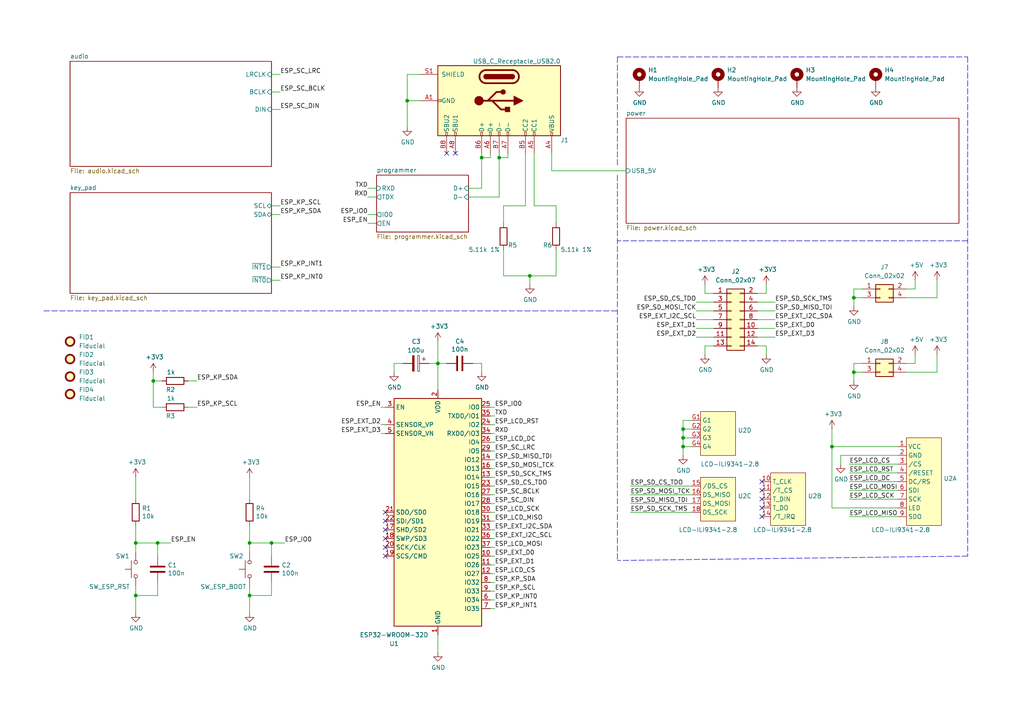
<source format=kicad_sch>
(kicad_sch (version 20211123) (generator eeschema)
  (paper "A4")
  (lib_symbols
    (symbol "Connector:USB_C_Receptacle_USB2.0" (pin_names (offset 1.016))
      (property "Reference" "J" (at -10.16 19.05 0))
      (property "Value" "USB_C_Receptacle_USB2.0" (at 19.05 19.05 0))
      (symbol "USB_C_Receptacle_USB2.0_0_0"
        (rectangle (start -0.254 -17.78) (end 0.254 -16.764))
        (rectangle (start 10.16 -14.986) (end 9.144 -15.494))
        (rectangle (start 10.16 -12.446) (end 9.144 -12.954))
        (rectangle (start 10.16 -4.826) (end 9.144 -5.334))
        (rectangle (start 10.16 -2.286) (end 9.144 -2.794))
        (rectangle (start 10.16 0.254) (end 9.144 -0.254))
        (rectangle (start 10.16 2.794) (end 9.144 2.286))
        (rectangle (start 10.16 7.874) (end 9.144 7.366))
        (rectangle (start 10.16 10.414) (end 9.144 9.906))
        (rectangle (start 10.16 15.494) (end 9.144 14.986))
      )
      (symbol "USB_C_Receptacle_USB2.0_0_1"
        (rectangle (start -10.16 17.78) (end 10.16 -17.78) (stroke (width 0.254)) (fill (type background)))
        (arc (start -8.89 -3.81) (mid -6.985 -5.715) (end -5.08 -3.81) (stroke (width 0.508)))
        (arc (start -7.62 -3.81) (mid -6.985 -4.445) (end -6.35 -3.81) (stroke (width 0.254)))
        (arc (start -7.62 -3.81) (mid -6.985 -4.445) (end -6.35 -3.81) (stroke (width 0.254)) (fill (type outline)))
        (rectangle (start -7.62 -3.81) (end -6.35 3.81) (stroke (width 0.254)) (fill (type outline)))
        (arc (start -6.35 3.81) (mid -6.985 4.445) (end -7.62 3.81) (stroke (width 0.254)))
        (arc (start -6.35 3.81) (mid -6.985 4.445) (end -7.62 3.81) (stroke (width 0.254)) (fill (type outline)))
        (arc (start -5.08 3.81) (mid -6.985 5.715) (end -8.89 3.81) (stroke (width 0.508)))
        (circle (center -2.54 1.143) (radius 0.635) (stroke (width 0.254)) (fill (type outline)))
        (circle (center 0 -5.842) (radius 1.27) (fill (type outline)))
        (polyline (pts (xy -8.89 -3.81) (xy -8.89 3.81)) (stroke (width 0.508)))
        (polyline (pts (xy -5.08 3.81) (xy -5.08 -3.81)) (stroke (width 0.508)))
        (polyline (pts (xy 0 -5.842) (xy 0 4.318)) (stroke (width 0.508)))
        (polyline (pts (xy 0 -3.302) (xy -2.54 -0.762) (xy -2.54 0.508)) (stroke (width 0.508)))
        (polyline (pts (xy 0 -2.032) (xy 2.54 0.508) (xy 2.54 1.778)) (stroke (width 0.508)))
        (polyline (pts (xy -1.27 4.318) (xy 0 6.858) (xy 1.27 4.318) (xy -1.27 4.318)) (stroke (width 0.254)) (fill (type outline)))
        (rectangle (start 1.905 1.778) (end 3.175 3.048) (stroke (width 0.254)) (fill (type outline)))
      )
      (symbol "USB_C_Receptacle_USB2.0_1_1"
        (pin passive line (at 0 -22.86 90) (length 5.08) (name "GND") (number "A1"))
        (pin passive line (at 0 -22.86 90) (length 5.08) hide (name "GND") (number "A12"))
        (pin passive line (at 15.24 15.24 180) (length 5.08) (name "VBUS") (number "A4"))
        (pin bidirectional line (at 15.24 10.16 180) (length 5.08) (name "CC1") (number "A5"))
        (pin bidirectional line (at 15.24 -2.54 180) (length 5.08) (name "D+") (number "A6"))
        (pin bidirectional line (at 15.24 2.54 180) (length 5.08) (name "D-") (number "A7"))
        (pin bidirectional line (at 15.24 -12.7 180) (length 5.08) (name "SBU1") (number "A8"))
        (pin passive line (at 15.24 15.24 180) (length 5.08) hide (name "VBUS") (number "A9"))
        (pin passive line (at 0 -22.86 90) (length 5.08) hide (name "GND") (number "B1"))
        (pin passive line (at 0 -22.86 90) (length 5.08) hide (name "GND") (number "B12"))
        (pin passive line (at 15.24 15.24 180) (length 5.08) hide (name "VBUS") (number "B4"))
        (pin bidirectional line (at 15.24 7.62 180) (length 5.08) (name "CC2") (number "B5"))
        (pin bidirectional line (at 15.24 -5.08 180) (length 5.08) (name "D+") (number "B6"))
        (pin bidirectional line (at 15.24 0 180) (length 5.08) (name "D-") (number "B7"))
        (pin bidirectional line (at 15.24 -15.24 180) (length 5.08) (name "SBU2") (number "B8"))
        (pin passive line (at 15.24 15.24 180) (length 5.08) hide (name "VBUS") (number "B9"))
        (pin passive line (at -7.62 -22.86 90) (length 5.08) (name "SHIELD") (number "S1"))
      )
    )
    (symbol "Connector_Generic:Conn_02x02_Odd_Even" (pin_names (offset 1.016) hide)
      (property "Reference" "J" (at 1.27 2.54 0))
      (property "Value" "Conn_02x02_Odd_Even" (at 1.27 -5.08 0))
      (symbol "Conn_02x02_Odd_Even_1_1"
        (rectangle (start -1.27 -2.413) (end 0 -2.667) (stroke (width 0.1524)))
        (rectangle (start -1.27 0.127) (end 0 -0.127) (stroke (width 0.1524)))
        (rectangle (start -1.27 1.27) (end 3.81 -3.81) (stroke (width 0.254)) (fill (type background)))
        (rectangle (start 3.81 -2.413) (end 2.54 -2.667) (stroke (width 0.1524)))
        (rectangle (start 3.81 0.127) (end 2.54 -0.127) (stroke (width 0.1524)))
        (pin passive line (at -5.08 0 0) (length 3.81) (name "Pin_1") (number "1"))
        (pin passive line (at 7.62 0 180) (length 3.81) (name "Pin_2") (number "2"))
        (pin passive line (at -5.08 -2.54 0) (length 3.81) (name "Pin_3") (number "3"))
        (pin passive line (at 7.62 -2.54 180) (length 3.81) (name "Pin_4") (number "4"))
      )
    )
    (symbol "Connector_Generic:Conn_02x07_Odd_Even" (pin_names (offset 1.016) hide)
      (property "Reference" "J" (at 1.27 10.16 0))
      (property "Value" "Conn_02x07_Odd_Even" (at 1.27 -10.16 0))
      (symbol "Conn_02x07_Odd_Even_1_1"
        (rectangle (start -1.27 -7.493) (end 0 -7.747) (stroke (width 0.1524)))
        (rectangle (start -1.27 -4.953) (end 0 -5.207) (stroke (width 0.1524)))
        (rectangle (start -1.27 -2.413) (end 0 -2.667) (stroke (width 0.1524)))
        (rectangle (start -1.27 0.127) (end 0 -0.127) (stroke (width 0.1524)))
        (rectangle (start -1.27 2.667) (end 0 2.413) (stroke (width 0.1524)))
        (rectangle (start -1.27 5.207) (end 0 4.953) (stroke (width 0.1524)))
        (rectangle (start -1.27 7.747) (end 0 7.493) (stroke (width 0.1524)))
        (rectangle (start -1.27 8.89) (end 3.81 -8.89) (stroke (width 0.254)) (fill (type background)))
        (rectangle (start 3.81 -7.493) (end 2.54 -7.747) (stroke (width 0.1524)))
        (rectangle (start 3.81 -4.953) (end 2.54 -5.207) (stroke (width 0.1524)))
        (rectangle (start 3.81 -2.413) (end 2.54 -2.667) (stroke (width 0.1524)))
        (rectangle (start 3.81 0.127) (end 2.54 -0.127) (stroke (width 0.1524)))
        (rectangle (start 3.81 2.667) (end 2.54 2.413) (stroke (width 0.1524)))
        (rectangle (start 3.81 5.207) (end 2.54 4.953) (stroke (width 0.1524)))
        (rectangle (start 3.81 7.747) (end 2.54 7.493) (stroke (width 0.1524)))
        (pin passive line (at -5.08 7.62 0) (length 3.81) (name "Pin_1") (number "1"))
        (pin passive line (at 7.62 -2.54 180) (length 3.81) (name "Pin_10") (number "10"))
        (pin passive line (at -5.08 -5.08 0) (length 3.81) (name "Pin_11") (number "11"))
        (pin passive line (at 7.62 -5.08 180) (length 3.81) (name "Pin_12") (number "12"))
        (pin passive line (at -5.08 -7.62 0) (length 3.81) (name "Pin_13") (number "13"))
        (pin passive line (at 7.62 -7.62 180) (length 3.81) (name "Pin_14") (number "14"))
        (pin passive line (at 7.62 7.62 180) (length 3.81) (name "Pin_2") (number "2"))
        (pin passive line (at -5.08 5.08 0) (length 3.81) (name "Pin_3") (number "3"))
        (pin passive line (at 7.62 5.08 180) (length 3.81) (name "Pin_4") (number "4"))
        (pin passive line (at -5.08 2.54 0) (length 3.81) (name "Pin_5") (number "5"))
        (pin passive line (at 7.62 2.54 180) (length 3.81) (name "Pin_6") (number "6"))
        (pin passive line (at -5.08 0 0) (length 3.81) (name "Pin_7") (number "7"))
        (pin passive line (at 7.62 0 180) (length 3.81) (name "Pin_8") (number "8"))
        (pin passive line (at -5.08 -2.54 0) (length 3.81) (name "Pin_9") (number "9"))
      )
    )
    (symbol "Device:C" (pin_numbers hide) (pin_names (offset 0.254))
      (property "Reference" "C" (at 0.635 2.54 0))
      (property "Value" "C" (at 0.635 -2.54 0))
      (symbol "C_0_1"
        (polyline (pts (xy -2.032 -0.762) (xy 2.032 -0.762)) (stroke (width 0.508)))
        (polyline (pts (xy -2.032 0.762) (xy 2.032 0.762)) (stroke (width 0.508)))
      )
      (symbol "C_1_1"
        (pin passive line (at 0 3.81 270) (length 2.794) (name "~") (number "1"))
        (pin passive line (at 0 -3.81 90) (length 2.794) (name "~") (number "2"))
      )
    )
    (symbol "Device:C_Polarized" (pin_numbers hide) (pin_names (offset 0.254))
      (property "Reference" "C" (at 0.635 2.54 0))
      (property "Value" "C_Polarized" (at 0.635 -2.54 0))
      (symbol "C_Polarized_0_1"
        (rectangle (start -2.286 0.508) (end 2.286 1.016))
        (polyline (pts (xy -1.778 2.286) (xy -0.762 2.286)))
        (polyline (pts (xy -1.27 2.794) (xy -1.27 1.778)))
        (rectangle (start 2.286 -0.508) (end -2.286 -1.016) (fill (type outline)))
      )
      (symbol "C_Polarized_1_1"
        (pin passive line (at 0 3.81 270) (length 2.794) (name "~") (number "1"))
        (pin passive line (at 0 -3.81 90) (length 2.794) (name "~") (number "2"))
      )
    )
    (symbol "Device:R" (pin_numbers hide) (pin_names (offset 0))
      (property "Reference" "R" (at 2.032 0 90))
      (property "Value" "R" (at 0 0 90))
      (symbol "R_0_1"
        (rectangle (start -1.016 -2.54) (end 1.016 2.54) (stroke (width 0.254)))
      )
      (symbol "R_1_1"
        (pin passive line (at 0 3.81 270) (length 1.27) (name "~") (number "1"))
        (pin passive line (at 0 -3.81 90) (length 1.27) (name "~") (number "2"))
      )
    )
    (symbol "Esp_Console:LCD-ILI9341-2.8"
      (property "Reference" "U" (at 0 7.62 0))
      (property "Value" "LCD-ILI9341-2.8" (at 0 5.08 0))
      (symbol "LCD-ILI9341-2.8_1_1"
        (rectangle (start 0 0) (end 10.16 -25.4) (fill (type background)))
        (pin power_in line (at -2.54 -2.54 0) (length 2.54) (name "VCC") (number "1"))
        (pin power_in line (at -2.54 -5.08 0) (length 2.54) (name "GND") (number "2"))
        (pin input line (at -2.54 -7.62 0) (length 2.54) (name "/CS") (number "3"))
        (pin input line (at -2.54 -10.16 0) (length 2.54) (name "/RESET") (number "4"))
        (pin input line (at -2.54 -12.7 0) (length 2.54) (name "DC/RS") (number "5"))
        (pin input line (at -2.54 -15.24 0) (length 2.54) (name "SDI") (number "6"))
        (pin input line (at -2.54 -17.78 0) (length 2.54) (name "SCK") (number "7"))
        (pin input line (at -2.54 -20.32 0) (length 2.54) (name "LED") (number "8"))
        (pin output line (at -2.54 -22.86 0) (length 2.54) (name "SDO") (number "9"))
      )
      (symbol "LCD-ILI9341-2.8_2_1"
        (rectangle (start 0 0) (end 10.16 -15.24) (fill (type background)))
        (pin input line (at -2.54 -2.54 0) (length 2.54) (name "T_CLK") (number "10"))
        (pin input line (at -2.54 -5.08 0) (length 2.54) (name "/T_CS") (number "11"))
        (pin input line (at -2.54 -7.62 0) (length 2.54) (name "T_DIN") (number "12"))
        (pin output line (at -2.54 -10.16 0) (length 2.54) (name "T_DO") (number "13"))
        (pin output line (at -2.54 -12.7 0) (length 2.54) (name "/T_IRQ") (number "14"))
      )
      (symbol "LCD-ILI9341-2.8_3_1"
        (rectangle (start 0 0) (end 10.16 -12.7) (stroke (width 0.1524)) (fill (type background)))
        (pin input line (at -2.54 -2.54 0) (length 2.54) (name "/DS_CS") (number "15"))
        (pin input line (at -2.54 -5.08 0) (length 2.54) (name "DS_MISO") (number "16"))
        (pin output line (at -2.54 -7.62 0) (length 2.54) (name "DS_MOSI") (number "17"))
        (pin input line (at -2.54 -10.16 0) (length 2.54) (name "DS_SCK") (number "18"))
      )
      (symbol "LCD-ILI9341-2.8_4_1"
        (rectangle (start 0 0) (end 10.16 -12.7) (fill (type background)))
        (pin free line (at -2.54 -2.54 0) (length 2.54) (name "G1") (number "G1"))
        (pin free line (at -2.54 -5.08 0) (length 2.54) (name "G2") (number "G2"))
        (pin free line (at -2.54 -7.62 0) (length 2.54) (name "G3") (number "G3"))
        (pin free line (at -2.54 -10.16 0) (length 2.54) (name "G4") (number "G4"))
      )
    )
    (symbol "LCD-ILI9341-2.8_1"
      (property "Reference" "U" (at 0 7.62 0))
      (property "Value" "LCD-ILI9341-2.8_1" (at 0 5.08 0))
      (symbol "LCD-ILI9341-2.8_1_1_1"
        (rectangle (start 0 0) (end 10.16 -25.4) (fill (type background)))
        (pin power_in line (at -2.54 -2.54 0) (length 2.54) (name "VCC") (number "1"))
        (pin power_in line (at -2.54 -5.08 0) (length 2.54) (name "GND") (number "2"))
        (pin input line (at -2.54 -7.62 0) (length 2.54) (name "/CS") (number "3"))
        (pin input line (at -2.54 -10.16 0) (length 2.54) (name "/RESET") (number "4"))
        (pin input line (at -2.54 -12.7 0) (length 2.54) (name "DC/RS") (number "5"))
        (pin input line (at -2.54 -15.24 0) (length 2.54) (name "SDI") (number "6"))
        (pin input line (at -2.54 -17.78 0) (length 2.54) (name "SCK") (number "7"))
        (pin input line (at -2.54 -20.32 0) (length 2.54) (name "LED") (number "8"))
        (pin output line (at -2.54 -22.86 0) (length 2.54) (name "SDO") (number "9"))
      )
      (symbol "LCD-ILI9341-2.8_1_2_1"
        (rectangle (start 0 0) (end 10.16 -15.24) (fill (type background)))
        (pin input line (at -2.54 -2.54 0) (length 2.54) (name "T_CLK") (number "10"))
        (pin input line (at -2.54 -5.08 0) (length 2.54) (name "/T_CS") (number "11"))
        (pin input line (at -2.54 -7.62 0) (length 2.54) (name "T_DIN") (number "12"))
        (pin output line (at -2.54 -10.16 0) (length 2.54) (name "T_DO") (number "13"))
        (pin output line (at -2.54 -12.7 0) (length 2.54) (name "/T_IRQ") (number "14"))
      )
      (symbol "LCD-ILI9341-2.8_1_3_1"
        (rectangle (start 0 0) (end 10.16 -12.7) (stroke (width 0.1524)) (fill (type background)))
        (pin input line (at -2.54 -2.54 0) (length 2.54) (name "/DS_CS") (number "15"))
        (pin input line (at -2.54 -5.08 0) (length 2.54) (name "DS_MISO") (number "16"))
        (pin output line (at -2.54 -7.62 0) (length 2.54) (name "DS_MOSI") (number "17"))
        (pin input line (at -2.54 -10.16 0) (length 2.54) (name "DS_SCK") (number "18"))
      )
      (symbol "LCD-ILI9341-2.8_1_4_1"
        (rectangle (start 0 0) (end 10.16 -12.7) (fill (type background)))
        (pin free line (at -2.54 -2.54 0) (length 2.54) (name "G1") (number "G1"))
        (pin free line (at -2.54 -5.08 0) (length 2.54) (name "G2") (number "G2"))
        (pin free line (at -2.54 -7.62 0) (length 2.54) (name "G3") (number "G3"))
        (pin free line (at -2.54 -10.16 0) (length 2.54) (name "G4") (number "G4"))
      )
    )
    (symbol "LCD-ILI9341-2.8_2"
      (property "Reference" "U" (at 0 7.62 0))
      (property "Value" "LCD-ILI9341-2.8_2" (at 0 5.08 0))
      (symbol "LCD-ILI9341-2.8_2_1_1"
        (rectangle (start 0 0) (end 10.16 -25.4) (fill (type background)))
        (pin power_in line (at -2.54 -2.54 0) (length 2.54) (name "VCC") (number "1"))
        (pin power_in line (at -2.54 -5.08 0) (length 2.54) (name "GND") (number "2"))
        (pin input line (at -2.54 -7.62 0) (length 2.54) (name "/CS") (number "3"))
        (pin input line (at -2.54 -10.16 0) (length 2.54) (name "/RESET") (number "4"))
        (pin input line (at -2.54 -12.7 0) (length 2.54) (name "DC/RS") (number "5"))
        (pin input line (at -2.54 -15.24 0) (length 2.54) (name "SDI") (number "6"))
        (pin input line (at -2.54 -17.78 0) (length 2.54) (name "SCK") (number "7"))
        (pin input line (at -2.54 -20.32 0) (length 2.54) (name "LED") (number "8"))
        (pin output line (at -2.54 -22.86 0) (length 2.54) (name "SDO") (number "9"))
      )
      (symbol "LCD-ILI9341-2.8_2_2_1"
        (rectangle (start 0 0) (end 10.16 -15.24) (fill (type background)))
        (pin input line (at -2.54 -2.54 0) (length 2.54) (name "T_CLK") (number "10"))
        (pin input line (at -2.54 -5.08 0) (length 2.54) (name "/T_CS") (number "11"))
        (pin input line (at -2.54 -7.62 0) (length 2.54) (name "T_DIN") (number "12"))
        (pin output line (at -2.54 -10.16 0) (length 2.54) (name "T_DO") (number "13"))
        (pin output line (at -2.54 -12.7 0) (length 2.54) (name "/T_IRQ") (number "14"))
      )
      (symbol "LCD-ILI9341-2.8_2_3_1"
        (rectangle (start 0 0) (end 10.16 -12.7) (stroke (width 0.1524)) (fill (type background)))
        (pin input line (at -2.54 -2.54 0) (length 2.54) (name "/DS_CS") (number "15"))
        (pin input line (at -2.54 -5.08 0) (length 2.54) (name "DS_MISO") (number "16"))
        (pin output line (at -2.54 -7.62 0) (length 2.54) (name "DS_MOSI") (number "17"))
        (pin input line (at -2.54 -10.16 0) (length 2.54) (name "DS_SCK") (number "18"))
      )
      (symbol "LCD-ILI9341-2.8_2_4_1"
        (rectangle (start 0 0) (end 10.16 -12.7) (fill (type background)))
        (pin free line (at -2.54 -2.54 0) (length 2.54) (name "G1") (number "G1"))
        (pin free line (at -2.54 -5.08 0) (length 2.54) (name "G2") (number "G2"))
        (pin free line (at -2.54 -7.62 0) (length 2.54) (name "G3") (number "G3"))
        (pin free line (at -2.54 -10.16 0) (length 2.54) (name "G4") (number "G4"))
      )
    )
    (symbol "Mechanical:Fiducial"
      (property "Reference" "FID" (at 0 5.08 0))
      (property "Value" "Fiducial" (at 0 3.175 0))
      (symbol "Fiducial_0_1"
        (circle (center 0 0) (radius 1.27) (stroke (width 0.508)) (fill (type background)))
      )
    )
    (symbol "Mechanical:MountingHole_Pad" (pin_numbers hide) (pin_names (offset 1.016) hide)
      (property "Reference" "H" (at 0 6.35 0))
      (property "Value" "MountingHole_Pad" (at 0 4.445 0))
      (symbol "MountingHole_Pad_0_1"
        (circle (center 0 1.27) (radius 1.27) (stroke (width 1.27)))
      )
      (symbol "MountingHole_Pad_1_1"
        (pin input line (at 0 -2.54 90) (length 2.54) (name "1") (number "1"))
      )
    )
    (symbol "RF_Module:ESP32-WROOM-32D"
      (property "Reference" "U" (at -12.7 34.29 0))
      (property "Value" "ESP32-WROOM-32D" (at 1.27 34.29 0))
      (symbol "ESP32-WROOM-32D_0_1"
        (rectangle (start -12.7 33.02) (end 12.7 -33.02) (stroke (width 0.254)) (fill (type background)))
      )
      (symbol "ESP32-WROOM-32D_1_1"
        (pin power_in line (at 0 -35.56 90) (length 2.54) (name "GND") (number "1"))
        (pin bidirectional line (at 15.24 -12.7 180) (length 2.54) (name "IO25") (number "10"))
        (pin bidirectional line (at 15.24 -15.24 180) (length 2.54) (name "IO26") (number "11"))
        (pin bidirectional line (at 15.24 -17.78 180) (length 2.54) (name "IO27") (number "12"))
        (pin bidirectional line (at 15.24 10.16 180) (length 2.54) (name "IO14") (number "13"))
        (pin bidirectional line (at 15.24 15.24 180) (length 2.54) (name "IO12") (number "14"))
        (pin passive line (at 0 -35.56 90) (length 2.54) hide (name "GND") (number "15"))
        (pin bidirectional line (at 15.24 12.7 180) (length 2.54) (name "IO13") (number "16"))
        (pin bidirectional line (at -15.24 -5.08 0) (length 2.54) (name "SHD/SD2") (number "17"))
        (pin bidirectional line (at -15.24 -7.62 0) (length 2.54) (name "SWP/SD3") (number "18"))
        (pin bidirectional line (at -15.24 -12.7 0) (length 2.54) (name "SCS/CMD") (number "19"))
        (pin power_in line (at 0 35.56 270) (length 2.54) (name "VDD") (number "2"))
        (pin bidirectional line (at -15.24 -10.16 0) (length 2.54) (name "SCK/CLK") (number "20"))
        (pin bidirectional line (at -15.24 0 0) (length 2.54) (name "SDO/SD0") (number "21"))
        (pin bidirectional line (at -15.24 -2.54 0) (length 2.54) (name "SDI/SD1") (number "22"))
        (pin bidirectional line (at 15.24 7.62 180) (length 2.54) (name "IO15") (number "23"))
        (pin bidirectional line (at 15.24 25.4 180) (length 2.54) (name "IO2") (number "24"))
        (pin bidirectional line (at 15.24 30.48 180) (length 2.54) (name "IO0") (number "25"))
        (pin bidirectional line (at 15.24 20.32 180) (length 2.54) (name "IO4") (number "26"))
        (pin bidirectional line (at 15.24 5.08 180) (length 2.54) (name "IO16") (number "27"))
        (pin bidirectional line (at 15.24 2.54 180) (length 2.54) (name "IO17") (number "28"))
        (pin bidirectional line (at 15.24 17.78 180) (length 2.54) (name "IO5") (number "29"))
        (pin input line (at -15.24 30.48 0) (length 2.54) (name "EN") (number "3"))
        (pin bidirectional line (at 15.24 0 180) (length 2.54) (name "IO18") (number "30"))
        (pin bidirectional line (at 15.24 -2.54 180) (length 2.54) (name "IO19") (number "31"))
        (pin no_connect line (at -12.7 -27.94 0) (length 2.54) hide (name "NC") (number "32"))
        (pin bidirectional line (at 15.24 -5.08 180) (length 2.54) (name "IO21") (number "33"))
        (pin bidirectional line (at 15.24 22.86 180) (length 2.54) (name "RXD0/IO3") (number "34"))
        (pin bidirectional line (at 15.24 27.94 180) (length 2.54) (name "TXD0/IO1") (number "35"))
        (pin bidirectional line (at 15.24 -7.62 180) (length 2.54) (name "IO22") (number "36"))
        (pin bidirectional line (at 15.24 -10.16 180) (length 2.54) (name "IO23") (number "37"))
        (pin passive line (at 0 -35.56 90) (length 2.54) hide (name "GND") (number "38"))
        (pin passive line (at 0 -35.56 90) (length 2.54) hide (name "GND") (number "39"))
        (pin input line (at -15.24 25.4 0) (length 2.54) (name "SENSOR_VP") (number "4"))
        (pin input line (at -15.24 22.86 0) (length 2.54) (name "SENSOR_VN") (number "5"))
        (pin input line (at 15.24 -25.4 180) (length 2.54) (name "IO34") (number "6"))
        (pin input line (at 15.24 -27.94 180) (length 2.54) (name "IO35") (number "7"))
        (pin bidirectional line (at 15.24 -20.32 180) (length 2.54) (name "IO32") (number "8"))
        (pin bidirectional line (at 15.24 -22.86 180) (length 2.54) (name "IO33") (number "9"))
      )
    )
    (symbol "Switch:SW_Push" (pin_numbers hide) (pin_names (offset 1.016) hide)
      (property "Reference" "SW" (at 1.27 2.54 0))
      (property "Value" "SW_Push" (at 0 -1.524 0))
      (symbol "SW_Push_0_1"
        (circle (center -2.032 0) (radius 0.508))
        (polyline (pts (xy 0 1.27) (xy 0 3.048)))
        (polyline (pts (xy 2.54 1.27) (xy -2.54 1.27)))
        (circle (center 2.032 0) (radius 0.508))
        (pin passive line (at -5.08 0 0) (length 2.54) (name "1") (number "1"))
        (pin passive line (at 5.08 0 180) (length 2.54) (name "2") (number "2"))
      )
    )
    (symbol "power:+3.3V" (power) (pin_names (offset 0))
      (property "Value" "+3.3V" (at 0 3.556 0))
      (symbol "+3.3V_0_1"
        (polyline (pts (xy -0.762 1.27) (xy 0 2.54)))
        (polyline (pts (xy 0 0) (xy 0 2.54)))
        (polyline (pts (xy 0 2.54) (xy 0.762 1.27)))
      )
      (symbol "+3.3V_1_1"
        (pin power_in line (at 0 0 90) (length 0) hide (name "+3V3") (number "1"))
      )
    )
    (symbol "power:+5V" (power) (pin_names (offset 0))
      (property "Value" "+5V" (at 0 3.556 0))
      (symbol "+5V_0_1"
        (polyline (pts (xy -0.762 1.27) (xy 0 2.54)))
        (polyline (pts (xy 0 0) (xy 0 2.54)))
        (polyline (pts (xy 0 2.54) (xy 0.762 1.27)))
      )
      (symbol "+5V_1_1"
        (pin power_in line (at 0 0 90) (length 0) hide (name "+5V") (number "1"))
      )
    )
    (symbol "power:GND" (power) (pin_names (offset 0))
      (property "Value" "GND" (at 0 -3.81 0))
      (symbol "GND_0_1"
        (polyline (pts (xy 0 0) (xy 0 -1.27) (xy 1.27 -1.27) (xy 0 -2.54) (xy -1.27 -1.27) (xy 0 -1.27)))
      )
      (symbol "GND_1_1"
        (pin power_in line (at 0 0 270) (length 0) hide (name "GND") (number "1"))
      )
    )
  )
  (junction (at 45.72 157.48))
  (junction (at 198.12 127))
  (junction (at 118.11 29.21))
  (junction (at 153.67 80.01))
  (junction (at 44.45 110.49))
  (junction (at 39.37 172.72))
  (junction (at 39.37 157.48))
  (junction (at 144.78 45.72))
  (junction (at 72.39 157.48))
  (junction (at 127 105.41))
  (junction (at 247.65 86.36))
  (junction (at 198.12 124.46))
  (junction (at 139.7 45.72))
  (junction (at 198.12 129.54))
  (junction (at 247.65 107.95))
  (junction (at 78.74 157.48))
  (junction (at 241.3 129.54))
  (junction (at 72.39 172.72))
  (no_connect (at 111.76 153.67))
  (no_connect (at 111.76 158.75))
  (no_connect (at 111.76 151.13))
  (no_connect (at 220.98 147.32))
  (no_connect (at 132.08 44.45))
  (no_connect (at 111.76 148.59))
  (no_connect (at 220.98 144.78))
  (no_connect (at 111.76 156.21))
  (no_connect (at 111.76 161.29))
  (no_connect (at 220.98 142.24))
  (no_connect (at 220.98 149.86))
  (no_connect (at 129.54 44.45))
  (no_connect (at 220.98 139.7))
  (wire (pts (xy 204.47 82.55) (xy 204.47 85.09)))
  (wire (pts (xy 142.24 173.99) (xy 143.51 173.99)))
  (wire (pts (xy 114.3 105.41) (xy 114.3 107.95)))
  (wire (pts (xy 139.7 105.41) (xy 139.7 107.95)))
  (wire (pts (xy 143.51 130.81) (xy 142.24 130.81)))
  (wire (pts (xy 144.78 45.72) (xy 147.32 45.72)))
  (polyline (pts (xy 179.07 16.51) (xy 280.67 16.51)))
  (wire (pts (xy 222.25 82.55) (xy 222.25 85.09)))
  (wire (pts (xy 219.71 95.25) (xy 224.79 95.25)))
  (wire (pts (xy 198.12 121.92) (xy 200.66 121.92)))
  (wire (pts (xy 152.4 59.69) (xy 146.05 59.69)))
  (wire (pts (xy 142.24 168.91) (xy 143.51 168.91)))
  (wire (pts (xy 39.37 138.43) (xy 39.37 144.78)))
  (wire (pts (xy 198.12 124.46) (xy 200.66 124.46)))
  (wire (pts (xy 160.02 44.45) (xy 160.02 49.53)))
  (wire (pts (xy 54.61 118.11) (xy 57.15 118.11)))
  (wire (pts (xy 243.84 132.08) (xy 243.84 134.62)))
  (wire (pts (xy 152.4 44.45) (xy 152.4 59.69)))
  (wire (pts (xy 147.32 45.72) (xy 147.32 44.45)))
  (wire (pts (xy 262.89 86.36) (xy 271.78 86.36)))
  (wire (pts (xy 106.68 62.23) (xy 109.22 62.23)))
  (wire (pts (xy 246.38 144.78) (xy 260.35 144.78)))
  (wire (pts (xy 265.43 105.41) (xy 265.43 102.87)))
  (wire (pts (xy 72.39 157.48) (xy 72.39 152.4)))
  (wire (pts (xy 265.43 83.82) (xy 265.43 81.28)))
  (wire (pts (xy 198.12 132.08) (xy 198.12 129.54)))
  (wire (pts (xy 143.51 135.89) (xy 142.24 135.89)))
  (wire (pts (xy 124.46 105.41) (xy 127 105.41)))
  (wire (pts (xy 219.71 87.63) (xy 224.79 87.63)))
  (wire (pts (xy 72.39 172.72) (xy 72.39 170.18)))
  (wire (pts (xy 111.76 123.19) (xy 110.49 123.19)))
  (wire (pts (xy 143.51 158.75) (xy 142.24 158.75)))
  (wire (pts (xy 247.65 83.82) (xy 247.65 86.36)))
  (polyline (pts (xy 12.7 90.17) (xy 179.07 90.17)))
  (wire (pts (xy 127 105.41) (xy 129.54 105.41)))
  (wire (pts (xy 45.72 161.29) (xy 45.72 157.48)))
  (wire (pts (xy 78.74 157.48) (xy 82.55 157.48)))
  (wire (pts (xy 241.3 124.46) (xy 241.3 129.54)))
  (wire (pts (xy 143.51 151.13) (xy 142.24 151.13)))
  (wire (pts (xy 198.12 127) (xy 198.12 124.46)))
  (wire (pts (xy 198.12 129.54) (xy 198.12 127)))
  (wire (pts (xy 246.38 137.16) (xy 260.35 137.16)))
  (wire (pts (xy 262.89 105.41) (xy 265.43 105.41)))
  (wire (pts (xy 78.74 21.59) (xy 81.28 21.59)))
  (wire (pts (xy 247.65 86.36) (xy 247.65 88.9)))
  (wire (pts (xy 139.7 44.45) (xy 139.7 45.72)))
  (wire (pts (xy 201.93 95.25) (xy 207.01 95.25)))
  (wire (pts (xy 247.65 86.36) (xy 250.19 86.36)))
  (wire (pts (xy 219.71 85.09) (xy 222.25 85.09)))
  (wire (pts (xy 78.74 62.23) (xy 81.28 62.23)))
  (wire (pts (xy 247.65 107.95) (xy 247.65 110.49)))
  (wire (pts (xy 45.72 172.72) (xy 39.37 172.72)))
  (wire (pts (xy 72.39 138.43) (xy 72.39 144.78)))
  (wire (pts (xy 109.22 64.77) (xy 106.68 64.77)))
  (wire (pts (xy 241.3 129.54) (xy 241.3 147.32)))
  (wire (pts (xy 247.65 105.41) (xy 247.65 107.95)))
  (wire (pts (xy 142.24 133.35) (xy 143.51 133.35)))
  (wire (pts (xy 78.74 172.72) (xy 72.39 172.72)))
  (wire (pts (xy 219.71 92.71) (xy 224.79 92.71)))
  (wire (pts (xy 139.7 45.72) (xy 139.7 54.61)))
  (wire (pts (xy 144.78 57.15) (xy 135.89 57.15)))
  (wire (pts (xy 198.12 129.54) (xy 200.66 129.54)))
  (polyline (pts (xy 280.67 161.29) (xy 179.07 162.56)))
  (wire (pts (xy 78.74 77.47) (xy 81.28 77.47)))
  (wire (pts (xy 204.47 100.33) (xy 207.01 100.33)))
  (wire (pts (xy 142.24 153.67) (xy 143.51 153.67)))
  (wire (pts (xy 246.38 134.62) (xy 260.35 134.62)))
  (wire (pts (xy 260.35 149.86) (xy 246.38 149.86)))
  (wire (pts (xy 143.51 143.51) (xy 142.24 143.51)))
  (wire (pts (xy 219.71 100.33) (xy 222.25 100.33)))
  (wire (pts (xy 143.51 166.37) (xy 142.24 166.37)))
  (wire (pts (xy 182.88 140.97) (xy 200.66 140.97)))
  (wire (pts (xy 81.28 31.75) (xy 78.74 31.75)))
  (wire (pts (xy 143.51 118.11) (xy 142.24 118.11)))
  (wire (pts (xy 262.89 83.82) (xy 265.43 83.82)))
  (wire (pts (xy 201.93 87.63) (xy 207.01 87.63)))
  (wire (pts (xy 219.71 97.79) (xy 224.79 97.79)))
  (wire (pts (xy 81.28 59.69) (xy 78.74 59.69)))
  (wire (pts (xy 200.66 143.51) (xy 182.88 143.51)))
  (wire (pts (xy 46.99 110.49) (xy 44.45 110.49)))
  (wire (pts (xy 262.89 107.95) (xy 271.78 107.95)))
  (wire (pts (xy 78.74 168.91) (xy 78.74 172.72)))
  (wire (pts (xy 182.88 146.05) (xy 200.66 146.05)))
  (wire (pts (xy 78.74 81.28) (xy 81.28 81.28)))
  (wire (pts (xy 143.51 140.97) (xy 142.24 140.97)))
  (wire (pts (xy 116.84 105.41) (xy 114.3 105.41)))
  (wire (pts (xy 72.39 172.72) (xy 72.39 177.8)))
  (wire (pts (xy 160.02 49.53) (xy 181.61 49.53)))
  (wire (pts (xy 243.84 132.08) (xy 260.35 132.08)))
  (wire (pts (xy 146.05 72.39) (xy 146.05 80.01)))
  (wire (pts (xy 154.94 59.69) (xy 161.29 59.69)))
  (wire (pts (xy 118.11 29.21) (xy 118.11 36.83)))
  (wire (pts (xy 106.68 57.15) (xy 109.22 57.15)))
  (wire (pts (xy 111.76 118.11) (xy 110.49 118.11)))
  (wire (pts (xy 241.3 129.54) (xy 260.35 129.54)))
  (wire (pts (xy 142.24 176.53) (xy 143.51 176.53)))
  (wire (pts (xy 161.29 72.39) (xy 161.29 80.01)))
  (wire (pts (xy 127 99.06) (xy 127 105.41)))
  (wire (pts (xy 146.05 59.69) (xy 146.05 64.77)))
  (wire (pts (xy 118.11 29.21) (xy 121.92 29.21)))
  (wire (pts (xy 153.67 80.01) (xy 161.29 80.01)))
  (wire (pts (xy 72.39 157.48) (xy 78.74 157.48)))
  (wire (pts (xy 127 184.15) (xy 127 189.23)))
  (polyline (pts (xy 280.67 16.51) (xy 280.67 161.29)))
  (wire (pts (xy 139.7 45.72) (xy 142.24 45.72)))
  (wire (pts (xy 201.93 97.79) (xy 207.01 97.79)))
  (wire (pts (xy 45.72 168.91) (xy 45.72 172.72)))
  (wire (pts (xy 39.37 172.72) (xy 39.37 177.8)))
  (wire (pts (xy 219.71 90.17) (xy 224.79 90.17)))
  (wire (pts (xy 271.78 86.36) (xy 271.78 81.28)))
  (wire (pts (xy 198.12 127) (xy 200.66 127)))
  (wire (pts (xy 44.45 110.49) (xy 44.45 118.11)))
  (wire (pts (xy 121.92 21.59) (xy 118.11 21.59)))
  (wire (pts (xy 109.22 54.61) (xy 106.68 54.61)))
  (wire (pts (xy 161.29 59.69) (xy 161.29 64.77)))
  (wire (pts (xy 118.11 21.59) (xy 118.11 29.21)))
  (wire (pts (xy 143.51 146.05) (xy 142.24 146.05)))
  (wire (pts (xy 44.45 118.11) (xy 46.99 118.11)))
  (wire (pts (xy 241.3 147.32) (xy 260.35 147.32)))
  (wire (pts (xy 146.05 80.01) (xy 153.67 80.01)))
  (wire (pts (xy 45.72 157.48) (xy 49.53 157.48)))
  (wire (pts (xy 142.24 45.72) (xy 142.24 44.45)))
  (wire (pts (xy 39.37 157.48) (xy 45.72 157.48)))
  (wire (pts (xy 143.51 128.27) (xy 142.24 128.27)))
  (polyline (pts (xy 179.07 50.8) (xy 179.07 162.56)))
  (wire (pts (xy 247.65 107.95) (xy 250.19 107.95)))
  (wire (pts (xy 222.25 100.33) (xy 222.25 102.87)))
  (wire (pts (xy 143.51 138.43) (xy 142.24 138.43)))
  (wire (pts (xy 44.45 107.95) (xy 44.45 110.49)))
  (wire (pts (xy 78.74 161.29) (xy 78.74 157.48)))
  (wire (pts (xy 144.78 44.45) (xy 144.78 45.72)))
  (wire (pts (xy 142.24 120.65) (xy 143.51 120.65)))
  (wire (pts (xy 144.78 45.72) (xy 144.78 57.15)))
  (wire (pts (xy 39.37 160.02) (xy 39.37 157.48)))
  (wire (pts (xy 153.67 82.55) (xy 153.67 80.01)))
  (wire (pts (xy 154.94 44.45) (xy 154.94 59.69)))
  (wire (pts (xy 250.19 83.82) (xy 247.65 83.82)))
  (wire (pts (xy 250.19 105.41) (xy 247.65 105.41)))
  (wire (pts (xy 200.66 148.59) (xy 182.88 148.59)))
  (polyline (pts (xy 179.07 16.51) (xy 179.07 48.26)))
  (wire (pts (xy 246.38 139.7) (xy 260.35 139.7)))
  (wire (pts (xy 81.28 26.67) (xy 78.74 26.67)))
  (wire (pts (xy 201.93 90.17) (xy 207.01 90.17)))
  (wire (pts (xy 54.61 110.49) (xy 57.15 110.49)))
  (wire (pts (xy 246.38 142.24) (xy 260.35 142.24)))
  (wire (pts (xy 39.37 157.48) (xy 39.37 152.4)))
  (wire (pts (xy 142.24 156.21) (xy 143.51 156.21)))
  (wire (pts (xy 143.51 148.59) (xy 142.24 148.59)))
  (wire (pts (xy 135.89 54.61) (xy 139.7 54.61)))
  (wire (pts (xy 72.39 160.02) (xy 72.39 157.48)))
  (wire (pts (xy 201.93 92.71) (xy 207.01 92.71)))
  (wire (pts (xy 204.47 100.33) (xy 204.47 102.87)))
  (wire (pts (xy 127 105.41) (xy 127 113.03)))
  (wire (pts (xy 207.01 85.09) (xy 204.47 85.09)))
  (wire (pts (xy 271.78 107.95) (xy 271.78 102.87)))
  (wire (pts (xy 142.24 171.45) (xy 143.51 171.45)))
  (wire (pts (xy 111.76 125.73) (xy 110.49 125.73)))
  (wire (pts (xy 142.24 163.83) (xy 143.51 163.83)))
  (wire (pts (xy 143.51 161.29) (xy 142.24 161.29)))
  (wire (pts (xy 137.16 105.41) (xy 139.7 105.41)))
  (wire (pts (xy 143.51 123.19) (xy 142.24 123.19)))
  (polyline (pts (xy 280.67 69.85) (xy 179.07 69.85)))
  (wire (pts (xy 39.37 172.72) (xy 39.37 170.18)))
  (wire (pts (xy 143.51 125.73) (xy 142.24 125.73)))
  (wire (pts (xy 198.12 124.46) (xy 198.12 121.92)))
  (label "ESP_LCD_RST" (at 246.38 137.16 0))
  (label "ESP_EXT_D0" (at 224.79 95.25 0))
  (label "ESP_SD_MISO_TDI" (at 224.79 90.17 0))
  (label "ESP_KP_INT0" (at 143.51 173.99 0))
  (label "ESP_SD_MISO_TDI" (at 143.51 133.35 0))
  (label "ESP_LCD_SCK" (at 143.51 148.59 0))
  (label "ESP_LCD_DC" (at 246.38 139.7 0))
  (label "ESP_SC_BCLK" (at 143.51 143.51 0))
  (label "ESP_EXT_I2C_SCL" (at 143.51 156.21 0))
  (label "ESP_EN" (at 49.53 157.48 0))
  (label "ESP_EXT_D3" (at 224.79 97.79 0))
  (label "ESP_SC_DIN" (at 81.28 31.75 0))
  (label "ESP_SD_MISO_TDI" (at 182.88 146.05 0))
  (label "ESP_KP_SCL" (at 143.51 171.45 0))
  (label "ESP_EXT_D3" (at 110.49 125.73 180))
  (label "ESP_EXT_I2C_SDA" (at 143.51 153.67 0))
  (label "ESP_EXT_D0" (at 143.51 161.29 0))
  (label "ESP_SD_CS_TDO" (at 143.51 140.97 0))
  (label "ESP_LCD_MISO" (at 143.51 151.13 0))
  (label "ESP_SD_MOSI_TCK" (at 201.93 90.17 180))
  (label "ESP_KP_INT0" (at 81.28 81.28 0))
  (label "ESP_SD_SCK_TMS" (at 182.88 148.59 0))
  (label "ESP_EXT_I2C_SDA" (at 224.79 92.71 0))
  (label "ESP_SD_MOSI_TCK" (at 182.88 143.51 0))
  (label "ESP_EN" (at 106.68 64.77 180))
  (label "ESP_KP_SDA" (at 57.15 110.49 0))
  (label "ESP_KP_SCL" (at 81.28 59.69 0))
  (label "ESP_SC_DIN" (at 143.51 146.05 0))
  (label "ESP_EXT_D2" (at 110.49 123.19 180))
  (label "ESP_KP_INT1" (at 143.51 176.53 0))
  (label "ESP_EXT_D1" (at 201.93 95.25 180))
  (label "ESP_EN" (at 110.49 118.11 180))
  (label "ESP_KP_SCL" (at 57.15 118.11 0))
  (label "ESP_KP_INT1" (at 81.28 77.47 0))
  (label "ESP_EXT_D2" (at 201.93 97.79 180))
  (label "ESP_KP_SDA" (at 81.28 62.23 0))
  (label "ESP_SD_MOSI_TCK" (at 143.51 135.89 0))
  (label "ESP_EXT_I2C_SCL" (at 201.93 92.71 180))
  (label "RXD" (at 106.68 57.15 180))
  (label "ESP_SC_BCLK" (at 81.28 26.67 0))
  (label "TXD" (at 106.68 54.61 180))
  (label "ESP_SD_CS_TDO" (at 182.88 140.97 0))
  (label "ESP_LCD_SCK" (at 246.38 144.78 0))
  (label "ESP_LCD_MISO" (at 246.38 149.86 0))
  (label "ESP_SD_SCK_TMS" (at 224.79 87.63 0))
  (label "ESP_SC_LRC" (at 143.51 130.81 0))
  (label "ESP_LCD_MOSI" (at 143.51 158.75 0))
  (label "ESP_SD_CS_TDO" (at 201.93 87.63 180))
  (label "RXD" (at 143.51 125.73 0))
  (label "ESP_LCD_CS" (at 246.38 134.62 0))
  (label "ESP_KP_SDA" (at 143.51 168.91 0))
  (label "ESP_EXT_D1" (at 143.51 163.83 0))
  (label "ESP_LCD_CS" (at 143.51 166.37 0))
  (label "ESP_IO0" (at 143.51 118.11 0))
  (label "ESP_LCD_MOSI" (at 246.38 142.24 0))
  (label "ESP_SC_LRC" (at 81.28 21.59 0))
  (label "ESP_SD_SCK_TMS" (at 143.51 138.43 0))
  (label "ESP_IO0" (at 82.55 157.48 0))
  (label "ESP_IO0" (at 106.68 62.23 180))
  (label "TXD" (at 143.51 120.65 0))
  (label "ESP_LCD_DC" (at 143.51 128.27 0))
  (label "ESP_LCD_RST" (at 143.51 123.19 0))
  (symbol (lib_id "RF_Module:ESP32-WROOM-32D") (at 127 148.59 0) (unit 1)
    (property "Reference" "U1" (at 114.3 186.69 0))
    (property "Value" "ESP32-WROOM-32D" (at 114.3 184.15 0))
    (property "Footprint" "RF_Module:ESP32-WROOM-32" (effects hide))
    (property "Datasheet" "https://www.espressif.com/sites/default/files/documentation/esp32-wroom-32d_esp32-wroom-32u_datasheet_en.pdf" (effects hide))
  )
  (symbol (lib_id "power:+3.3V") (at 127 99.06 0) (unit 1)
    (property "Reference" "#PWR08" (effects hide))
    (property "Value" "+3.3V" (at 127.381 94.6658 0))
  )
  (symbol (lib_id "power:GND") (at 139.7 107.95 0) (unit 1)
    (property "Reference" "#PWR010" (effects hide))
    (property "Value" "GND" (at 139.827 112.3442 0))
  )
  (symbol (lib_id "Device:C") (at 133.35 105.41 270) (unit 1)
    (property "Reference" "C4" (at 133.35 99.0092 90))
    (property "Value" "100n" (at 133.35 101.3206 90))
    (property "Footprint" "Capacitor_SMD:C_0805_2012Metric_Pad1.18x1.45mm_HandSolder" (effects hide))
  )
  (symbol (lib_id "power:GND") (at 127 189.23 0) (unit 1)
    (property "Reference" "#PWR09" (effects hide))
    (property "Value" "GND" (at 127.127 193.6242 0))
  )
  (symbol (lib_id "Device:R") (at 39.37 148.59 0) (unit 1)
    (property "Reference" "R1" (at 41.148 147.4216 0) (effects (justify left)))
    (property "Value" "10k" (at 41.148 149.733 0) (effects (justify left)))
    (property "Footprint" "Resistor_SMD:R_0805_2012Metric_Pad1.20x1.40mm_HandSolder" (effects hide))
  )
  (symbol (lib_id "Switch:SW_Push") (at 39.37 165.1 90) (unit 1)
    (property "Reference" "SW1" (at 35.56 161.29 90))
    (property "Value" "SW_ESP_RST" (at 31.75 170.18 90))
    (property "Footprint" "Button_Switch_THT:SW_Tactile_SPST_Angled_PTS645Vx39-2LFS" (effects hide))
    (property "Datasheet" "http://www.apem.com/int/index.php?controller=attachment&id_attachment=1371" (effects hide))
  )
  (symbol (lib_id "power:GND") (at 39.37 177.8 0) (unit 1)
    (property "Reference" "#PWR02" (effects hide))
    (property "Value" "GND" (at 39.497 182.1942 0))
  )
  (symbol (lib_id "Connector:USB_C_Receptacle_USB2.0") (at 144.78 29.21 270) (unit 1)
    (property "Reference" "J1" (at 162.56 40.64 90) (effects (justify left)))
    (property "Value" "USB_C_Receptacle_USB2.0" (at 137.16 17.78 90) (effects (justify left)))
    (property "Footprint" "Connector_USB:USB_C_Receptacle_Palconn_UTC16-G" (effects hide))
    (property "Datasheet" "https://www.usb.org/sites/default/files/documents/usb_type-c.zip" (effects hide))
  )
  (symbol (lib_id "Device:R") (at 161.29 68.58 0) (unit 1)
    (property "Reference" "R6" (at 157.48 71.12 0) (effects (justify left)))
    (property "Value" "5.11k 1%" (at 162.56 72.39 0) (effects (justify left)))
    (property "Footprint" "Resistor_SMD:R_0805_2012Metric_Pad1.20x1.40mm_HandSolder" (effects hide))
  )
  (symbol (lib_id "Device:R") (at 146.05 68.58 0) (unit 1)
    (property "Reference" "R5" (at 147.32 71.12 0) (effects (justify left)))
    (property "Value" "5.11k 1%" (at 135.89 72.39 0) (effects (justify left)))
    (property "Footprint" "Resistor_SMD:R_0805_2012Metric_Pad1.20x1.40mm_HandSolder" (effects hide))
  )
  (symbol (lib_id "power:GND") (at 153.67 82.55 0) (unit 1)
    (property "Reference" "#PWR011" (effects hide))
    (property "Value" "GND" (at 153.797 86.9442 0))
  )
  (symbol (lib_id "power:GND") (at 118.11 36.83 0) (unit 1)
    (property "Reference" "#PWR07" (effects hide))
    (property "Value" "GND" (at 118.237 41.2242 0))
  )
  (symbol (lib_id "power:GND") (at 243.84 134.62 0) (unit 1)
    (property "Reference" "#PWR016" (effects hide))
    (property "Value" "GND" (at 243.967 139.0142 0))
  )
  (symbol (lib_id "power:+3.3V") (at 39.37 138.43 0) (unit 1)
    (property "Reference" "#PWR01" (effects hide))
    (property "Value" "+3.3V" (at 39.751 134.0358 0))
  )
  (symbol (lib_id "power:+3.3V") (at 241.3 124.46 0) (unit 1)
    (property "Reference" "#PWR015" (effects hide))
    (property "Value" "+3.3V" (at 241.681 120.0658 0))
  )
  (symbol (lib_id "Device:C") (at 45.72 165.1 0) (unit 1)
    (property "Reference" "C1" (at 48.641 163.9316 0) (effects (justify left)))
    (property "Value" "100n" (at 48.641 166.243 0) (effects (justify left)))
    (property "Footprint" "Capacitor_SMD:C_0805_2012Metric_Pad1.18x1.45mm_HandSolder" (effects hide))
  )
  (symbol (lib_id "power:+3.3V") (at 72.39 138.43 0) (unit 1)
    (property "Reference" "#PWR04" (effects hide))
    (property "Value" "+3.3V" (at 72.771 134.0358 0))
  )
  (symbol (lib_id "Device:R") (at 72.39 148.59 0) (unit 1)
    (property "Reference" "R4" (at 74.168 147.4216 0) (effects (justify left)))
    (property "Value" "10k" (at 74.168 149.733 0) (effects (justify left)))
    (property "Footprint" "Resistor_SMD:R_0805_2012Metric_Pad1.20x1.40mm_HandSolder" (effects hide))
  )
  (symbol (lib_id "power:GND") (at 72.39 177.8 0) (unit 1)
    (property "Reference" "#PWR05" (effects hide))
    (property "Value" "GND" (at 72.517 182.1942 0))
  )
  (symbol (lib_id "Switch:SW_Push") (at 72.39 165.1 90) (unit 1)
    (property "Reference" "SW2" (at 68.58 161.29 90))
    (property "Value" "SW_ESP_BOOT" (at 64.77 170.18 90))
    (property "Footprint" "Button_Switch_THT:SW_Tactile_SPST_Angled_PTS645Vx39-2LFS" (effects hide))
    (property "Datasheet" "http://www.apem.com/int/index.php?controller=attachment&id_attachment=1371" (effects hide))
  )
  (symbol (lib_id "Device:C") (at 78.74 165.1 0) (unit 1)
    (property "Reference" "C2" (at 81.661 163.9316 0) (effects (justify left)))
    (property "Value" "100n" (at 81.661 166.243 0) (effects (justify left)))
    (property "Footprint" "Capacitor_SMD:C_0805_2012Metric_Pad1.18x1.45mm_HandSolder" (effects hide))
  )
  (symbol (lib_id "Device:C_Polarized") (at 120.65 105.41 270) (unit 1)
    (property "Reference" "C3" (at 119.38 99.06 90) (effects (justify left)))
    (property "Value" "100u" (at 118.11 101.6 90) (effects (justify left)))
    (property "Footprint" "Capacitor_Tantalum_SMD:CP_EIA-3528-21_Kemet-B_Pad1.50x2.35mm_HandSolder" (effects hide))
  )
  (symbol (lib_id "power:GND") (at 114.3 107.95 0) (unit 1)
    (property "Reference" "#PWR06" (effects hide))
    (property "Value" "GND" (at 114.427 112.3442 0))
  )
  (symbol (lib_id "Device:R") (at 50.8 118.11 90) (unit 1)
    (property "Reference" "R3" (at 50.8 120.65 90) (effects (justify left)))
    (property "Value" "1k" (at 50.8 115.57 90) (effects (justify left)))
    (property "Footprint" "Resistor_SMD:R_0805_2012Metric_Pad1.20x1.40mm_HandSolder" (effects hide))
  )
  (symbol (lib_id "Device:R") (at 50.8 110.49 90) (unit 1)
    (property "Reference" "R2" (at 50.8 113.03 90) (effects (justify left)))
    (property "Value" "1k" (at 50.8 107.95 90) (effects (justify left)))
    (property "Footprint" "Resistor_SMD:R_0805_2012Metric_Pad1.20x1.40mm_HandSolder" (effects hide))
  )
  (symbol (lib_id "power:+3.3V") (at 44.45 107.95 0) (unit 1)
    (property "Reference" "#PWR03" (effects hide))
    (property "Value" "+3.3V" (at 44.831 103.5558 0))
  )
  (symbol (lib_id "power:GND") (at 231.14 25.4 0) (unit 1)
    (property "Reference" "#PWR078" (effects hide))
    (property "Value" "GND" (at 231.267 29.7942 0))
  )
  (symbol (lib_id "power:+5V") (at 265.43 102.87 0) (unit 1)
    (property "Reference" "#PWR080" (effects hide))
    (property "Value" "+5V" (at 265.811 98.4758 0))
  )
  (symbol (lib_id "power:GND") (at 204.47 102.87 0) (unit 1)
    (property "Reference" "#PWR0102" (effects hide))
    (property "Value" "GND" (at 204.597 107.2642 0))
  )
  (symbol (lib_id "power:+3.3V") (at 271.78 81.28 0) (unit 1)
    (property "Reference" "#PWR077" (effects hide))
    (property "Value" "+3.3V" (at 272.161 76.8858 0))
  )
  (symbol (lib_id "Mechanical:Fiducial") (at 20.32 114.3 0) (unit 1)
    (property "Reference" "FID4" (at 22.86 113.0299 0) (effects (justify left)))
    (property "Value" "Fiducial" (at 22.86 115.5699 0) (effects (justify left)))
    (property "Footprint" "Fiducial:Fiducial_1mm_Mask2mm" (effects hide))
  )
  (symbol (lib_id "Connector_Generic:Conn_02x02_Odd_Even") (at 255.27 105.41 0) (unit 1)
    (property "Reference" "J8" (at 256.54 99.06 0))
    (property "Value" "Conn_02x02" (at 256.54 101.6 0))
    (property "Footprint" "Connector_PinHeader_2.54mm:PinHeader_2x02_P2.54mm_Horizontal" (effects hide))
  )
  (symbol (lib_id "power:GND") (at 247.65 88.9 0) (unit 1)
    (property "Reference" "#PWR014" (effects hide))
    (property "Value" "GND" (at 247.777 93.2942 0))
  )
  (symbol (lib_id "Mechanical:Fiducial") (at 20.32 109.22 0) (unit 1)
    (property "Reference" "FID3" (at 22.86 107.9499 0) (effects (justify left)))
    (property "Value" "Fiducial" (at 22.86 110.4899 0) (effects (justify left)))
    (property "Footprint" "Fiducial:Fiducial_1mm_Mask2mm" (effects hide))
  )
  (symbol (lib_id "Mechanical:MountingHole_Pad") (at 254 22.86 0) (unit 1)
    (property "Reference" "H4" (at 256.54 20.3199 0) (effects (justify left)))
    (property "Value" "MountingHole_Pad" (at 256.54 22.8599 0) (effects (justify left)))
    (property "Footprint" "MountingHole:MountingHole_2.7mm_M2.5_Pad" (effects hide))
  )
  (symbol (lib_id "Connector_Generic:Conn_02x02_Odd_Even") (at 255.27 83.82 0) (unit 1)
    (property "Reference" "J7" (at 256.54 77.47 0))
    (property "Value" "Conn_02x02" (at 256.54 80.01 0))
    (property "Footprint" "Connector_PinHeader_2.54mm:PinHeader_2x02_P2.54mm_Horizontal" (effects hide))
  )
  (symbol (lib_id "power:+3.3V") (at 222.25 82.55 0) (unit 1)
    (property "Reference" "#PWR0104" (effects hide))
    (property "Value" "+3.3V" (at 222.631 78.1558 0))
  )
  (symbol (lib_name "LCD-ILI9341-2.8_1") (lib_id "Esp_Console:LCD-ILI9341-2.8") (at 203.2 138.43 0) (unit 3)
    (property "Reference" "U2" (at 213.995 143.8715 0) (effects (justify left)))
    (property "Value" "LCD-ILI9341-2.8" (at 196.85 153.67 0) (effects (justify left)))
    (property "Footprint" "Display:LCD-ILI9341-2.8" (effects hide))
  )
  (symbol (lib_id "Mechanical:Fiducial") (at 20.32 104.14 0) (unit 1)
    (property "Reference" "FID2" (at 22.86 102.8699 0) (effects (justify left)))
    (property "Value" "Fiducial" (at 22.86 105.4099 0) (effects (justify left)))
    (property "Footprint" "Fiducial:Fiducial_1mm_Mask2mm" (effects hide))
  )
  (symbol (lib_id "power:GND") (at 222.25 102.87 0) (unit 1)
    (property "Reference" "#PWR0101" (effects hide))
    (property "Value" "GND" (at 222.377 107.2642 0))
  )
  (symbol (lib_id "Esp_Console:LCD-ILI9341-2.8") (at 262.89 127 0) (unit 1)
    (property "Reference" "U2" (at 273.685 138.7915 0) (effects (justify left)))
    (property "Value" "LCD-ILI9341-2.8" (at 252.73 153.67 0) (effects (justify left)))
    (property "Footprint" "Display:LCD-ILI9341-2.8" (effects hide))
  )
  (symbol (lib_id "Mechanical:Fiducial") (at 20.32 99.06 0) (unit 1)
    (property "Reference" "FID1" (at 22.86 97.7899 0) (effects (justify left)))
    (property "Value" "Fiducial" (at 22.86 100.3299 0) (effects (justify left)))
    (property "Footprint" "Fiducial:Fiducial_1mm_Mask2mm" (effects hide))
  )
  (symbol (lib_id "power:GND") (at 198.12 132.08 0) (unit 1)
    (property "Reference" "#PWR0103" (effects hide))
    (property "Value" "GND" (at 198.247 136.4742 0))
  )
  (symbol (lib_id "Connector_Generic:Conn_02x07_Odd_Even") (at 212.09 92.71 0) (unit 1)
    (property "Reference" "J2" (at 213.36 78.74 0))
    (property "Value" "Conn_02x07" (at 213.36 81.28 0))
    (property "Footprint" "Connector_PinHeader_2.54mm:PinHeader_2x07_P2.54mm_Horizontal" (effects hide))
  )
  (symbol (lib_id "power:+3.3V") (at 204.47 82.55 0) (unit 1)
    (property "Reference" "#PWR0105" (effects hide))
    (property "Value" "+3.3V" (at 204.851 78.1558 0))
  )
  (symbol (lib_id "power:GND") (at 208.28 25.4 0) (unit 1)
    (property "Reference" "#PWR075" (effects hide))
    (property "Value" "GND" (at 208.407 29.7942 0))
  )
  (symbol (lib_id "power:+5V") (at 265.43 81.28 0) (unit 1)
    (property "Reference" "#PWR076" (effects hide))
    (property "Value" "+5V" (at 265.811 76.8858 0))
  )
  (symbol (lib_id "power:+3.3V") (at 271.78 102.87 0) (unit 1)
    (property "Reference" "#PWR082" (effects hide))
    (property "Value" "+3.3V" (at 272.161 98.4758 0))
  )
  (symbol (lib_id "Mechanical:MountingHole_Pad") (at 185.42 22.86 0) (unit 1)
    (property "Reference" "H1" (at 187.96 20.3199 0) (effects (justify left)))
    (property "Value" "MountingHole_Pad" (at 187.96 22.8599 0) (effects (justify left)))
    (property "Footprint" "MountingHole:MountingHole_2.7mm_M2.5_Pad" (effects hide))
  )
  (symbol (lib_name "LCD-ILI9341-2.8_1") (lib_id "Esp_Console:LCD-ILI9341-2.8") (at 203.2 119.38 0) (unit 4)
    (property "Reference" "U2" (at 213.995 124.8215 0) (effects (justify left)))
    (property "Value" "LCD-ILI9341-2.8" (at 203.2 134.62 0) (effects (justify left)))
    (property "Footprint" "Display:LCD-ILI9341-2.8" (effects hide))
  )
  (symbol (lib_id "power:GND") (at 247.65 110.49 0) (unit 1)
    (property "Reference" "#PWR079" (effects hide))
    (property "Value" "GND" (at 247.777 114.8842 0))
  )
  (symbol (lib_name "LCD-ILI9341-2.8_2") (lib_id "Esp_Console:LCD-ILI9341-2.8") (at 223.52 137.16 0) (unit 2)
    (property "Reference" "U2" (at 234.315 143.8715 0) (effects (justify left)))
    (property "Value" "LCD-ILI9341-2.8" (at 218.44 153.67 0) (effects (justify left)))
    (property "Footprint" "Display:LCD-ILI9341-2.8" (effects hide))
  )
  (symbol (lib_id "Mechanical:MountingHole_Pad") (at 208.28 22.86 0) (unit 1)
    (property "Reference" "H2" (at 210.82 20.3199 0) (effects (justify left)))
    (property "Value" "MountingHole_Pad" (at 210.82 22.8599 0) (effects (justify left)))
    (property "Footprint" "MountingHole:MountingHole_2.7mm_M2.5_Pad" (effects hide))
  )
  (symbol (lib_id "Mechanical:MountingHole_Pad") (at 231.14 22.86 0) (unit 1)
    (property "Reference" "H3" (at 233.68 20.3199 0) (effects (justify left)))
    (property "Value" "MountingHole_Pad" (at 233.68 22.8599 0) (effects (justify left)))
    (property "Footprint" "MountingHole:MountingHole_2.7mm_M2.5_Pad" (effects hide))
  )
  (symbol (lib_id "power:GND") (at 185.42 25.4 0) (unit 1)
    (property "Reference" "#PWR012" (effects hide))
    (property "Value" "GND" (at 185.547 29.7942 0))
  )
  (symbol (lib_id "power:GND") (at 254 25.4 0) (unit 1)
    (property "Reference" "#PWR081" (effects hide))
    (property "Value" "GND" (at 254.127 29.7942 0))
  )
  (sheet (at 109.22 50.8) (size 26.67 16.51)
    (property "Sheet name" "programmer" (at 109.22 50.0884 0) (effects (justify left bottom)))
    (property "Sheet file" "programmer.kicad_sch" (at 109.22 67.8946 0) (effects (justify left top)))
    (pin "D-" input (at 135.89 57.15 0))
    (pin "D+" input (at 135.89 54.61 0))
    (pin "RXD" input (at 109.22 54.61 180))
    (pin "TDX" output (at 109.22 57.15 180))
    (pin "IO0" output (at 109.22 62.23 180))
    (pin "EN" output (at 109.22 64.77 180))
  )
  (sheet (at 181.61 34.29) (size 96.52 30.48)
    (property "Sheet name" "power" (at 181.61 33.5784 0) (effects (justify left bottom)))
    (property "Sheet file" "power.kicad_sch" (at 181.61 65.3546 0) (effects (justify left top)))
    (pin "USB_5V" input (at 181.61 49.53 180))
  )
  (sheet (at 20.32 55.88) (size 58.42 29.21)
    (property "Sheet name" "key_pad" (at 20.32 55.1684 0) (effects (justify left bottom)))
    (property "Sheet file" "key_pad.kicad_sch" (at 20.32 85.6746 0) (effects (justify left top)))
    (pin "SCL" bidirectional (at 78.74 59.69 0))
    (pin "SDA" bidirectional (at 78.74 62.23 0))
    (pin "~{INT0}" output (at 78.74 81.28 0))
    (pin "~{INT1}" output (at 78.74 77.47 0))
  )
  (sheet (at 20.32 17.78) (size 58.42 30.48)
    (property "Sheet name" "audio" (at 20.32 17.0684 0) (effects (justify left bottom)))
    (property "Sheet file" "audio.kicad_sch" (at 20.32 48.8446 0) (effects (justify left top)))
    (pin "LRCLK" input (at 78.74 21.59 0))
    (pin "BCLK" input (at 78.74 26.67 0))
    (pin "DIN" input (at 78.74 31.75 0))
  )
)
</source>
